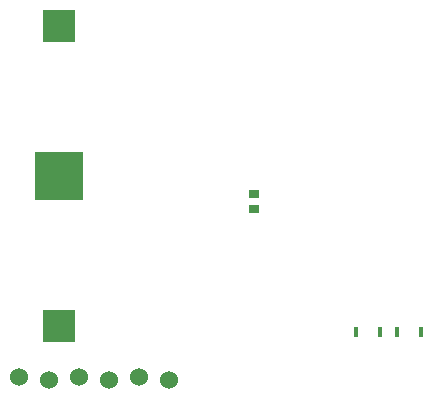
<source format=gbs>
G75*
%MOIN*%
%OFA0B0*%
%FSLAX25Y25*%
%IPPOS*%
%LPD*%
%AMOC8*
5,1,8,0,0,1.08239X$1,22.5*
%
%ADD10R,0.10950X0.10950*%
%ADD11R,0.16000X0.16000*%
%ADD12C,0.06000*%
%ADD13R,0.03543X0.02756*%
%ADD14R,0.01575X0.03543*%
D10*
X0168400Y0036300D03*
X0168400Y0136300D03*
D11*
X0168400Y0086300D03*
D12*
X0155300Y0019500D03*
X0165300Y0018500D03*
X0175300Y0019500D03*
X0185300Y0018500D03*
X0195300Y0019500D03*
X0205300Y0018500D03*
D13*
X0233400Y0080359D03*
X0233400Y0075241D03*
D14*
X0267573Y0034449D03*
X0275447Y0034449D03*
X0281353Y0034449D03*
X0289227Y0034449D03*
M02*

</source>
